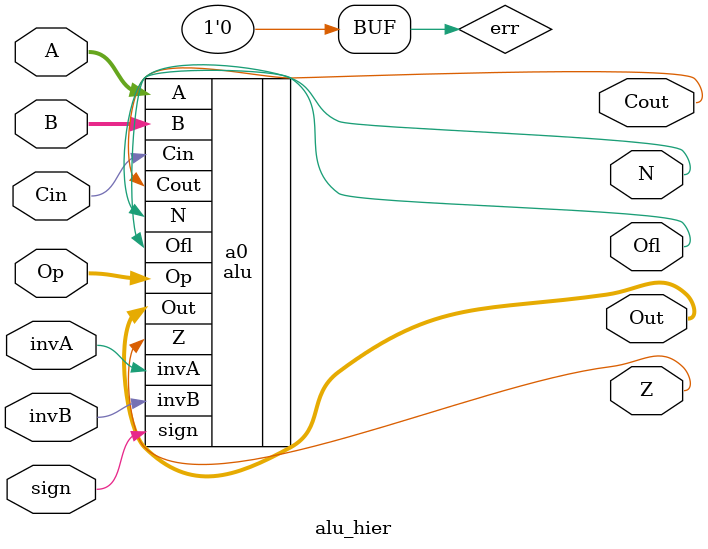
<source format=v>
module alu_hier(A, B, Cin, Op, invA, invB, sign, Out, Ofl, Cout, N, Z);

   input [15:0] A;
   input [15:0] B;
   input Cin;
   input [2:0] Op;
   input invA;
   input invB;
   input sign;
   output [15:0] Out;
   output Ofl;
   output Cout;
   output N;
   output Z;

   wire clk;
   wire rst;
   wire err;

   assign err = 1'b0;
 
   clkrst c0(
             // Outputs
             .clk                       (clk),
             .rst                       (rst),
             // Inputs
             .err                       (err)
            );

    alu a0(
          // Outputs
          .Out                          (Out[15:0]),
          .Ofl                          (Ofl),
          .Cout                         (Cout),
          .N                            (N),
          .Z                            (Z),
          // Inputs
          .A                            (A[15:0]),
          .B                            (B[15:0]),
          .Cin                          (Cin),
          .Op                           (Op[2:0]),
          .invA                         (invA),
          .invB                         (invB),
          .sign                         (sign)
         ); 
endmodule // alu_hier

</source>
